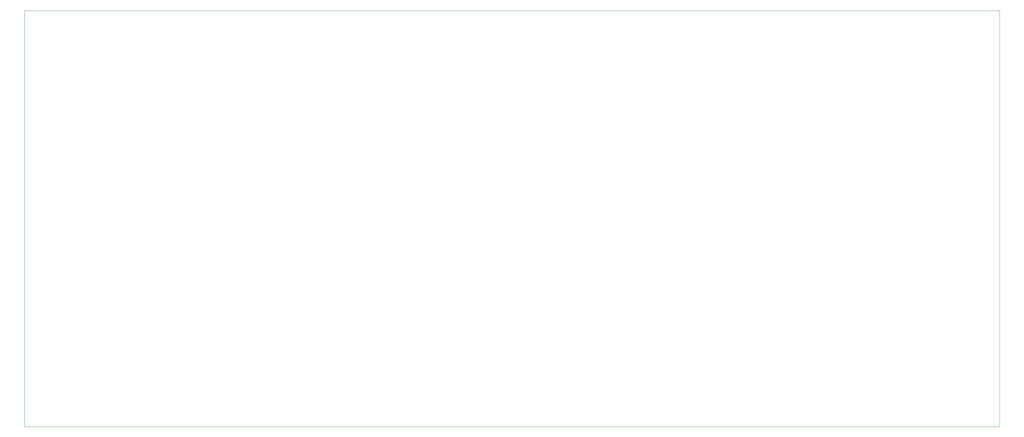
<source format=gbr>
G04 #@! TF.GenerationSoftware,KiCad,Pcbnew,5.1.5-52549c5~84~ubuntu18.04.1*
G04 #@! TF.CreationDate,2020-03-09T20:44:28+01:00*
G04 #@! TF.ProjectId,solarOSE_kicad,736f6c61-724f-4534-955f-6b696361642e,rev?*
G04 #@! TF.SameCoordinates,Original*
G04 #@! TF.FileFunction,Profile,NP*
%FSLAX46Y46*%
G04 Gerber Fmt 4.6, Leading zero omitted, Abs format (unit mm)*
G04 Created by KiCad (PCBNEW 5.1.5-52549c5~84~ubuntu18.04.1) date 2020-03-09 20:44:28*
%MOMM*%
%LPD*%
G04 APERTURE LIST*
%ADD10C,0.050000*%
G04 APERTURE END LIST*
D10*
X12700000Y-151130000D02*
X283210000Y-151130000D01*
X12700000Y-35560000D02*
X12700000Y-151130000D01*
X283210000Y-35560000D02*
X12700000Y-35560000D01*
X283210000Y-151130000D02*
X283210000Y-35560000D01*
M02*

</source>
